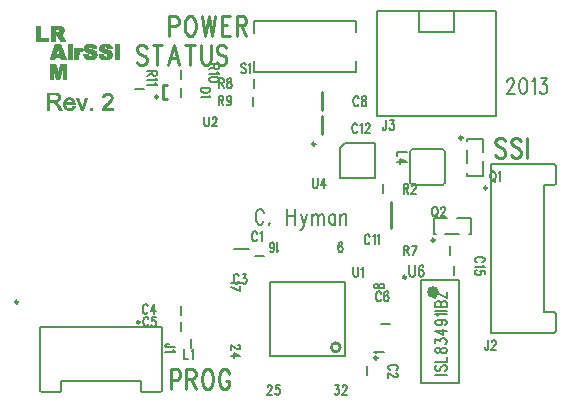
<source format=gto>
*
*
G04 PADS 9.3.1 Build Number: 456998 generated Gerber (RS-274-X) file*
G04 PC Version=2.1*
*
%IN "air_ssi_rev2_1.pcb"*%
*
%MOIN*%
*
%FSLAX35Y35*%
*
*
*
*
G04 PC Standard Apertures*
*
*
G04 Thermal Relief Aperture macro.*
%AMTER*
1,1,$1,0,0*
1,0,$1-$2,0,0*
21,0,$3,$4,0,0,45*
21,0,$3,$4,0,0,135*
%
*
*
G04 Annular Aperture macro.*
%AMANN*
1,1,$1,0,0*
1,0,$2,0,0*
%
*
*
G04 Odd Aperture macro.*
%AMODD*
1,1,$1,0,0*
1,0,$1-0.005,0,0*
%
*
*
G04 PC Custom Aperture Macros*
*
*
*
*
*
*
G04 PC Aperture Table*
*
%ADD010C,0.001*%
%ADD019C,0.01*%
%ADD020C,0.008*%
%ADD021C,0.00787*%
%ADD046C,0.005*%
%ADD047C,0.00787*%
%ADD048C,0.01969*%
%ADD049C,0.00984*%
%ADD050C,0.01024*%
%ADD051C,0.00591*%
*
*
*
*
G04 PC Circuitry*
G04 Layer Name air_ssi_rev2_1.pcb - circuitry*
%LPD*%
*
G54D10*
G01X152283Y218056D02*
X150823D01*
Y213050*
X152283*
Y218056*
X150191Y196773D02*
X147429D01*
X147390Y196854*
X147711Y197256*
X147720Y197265*
X148040Y197505*
X148521Y197906*
X149161Y198465*
X149559Y198944*
X149795Y199259*
X149952Y199651*
X150110Y200282*
X150033Y200901*
X149646Y201365*
X149098Y201678*
X148390Y201835*
X147685Y201757*
X147141Y201446*
X146752Y200900*
X146607Y200322*
X147228Y200253*
X147299Y200610*
X147308Y200630*
X147549Y200951*
X147559Y200961*
X147881Y201203*
X147881D02*
X147902Y201212D01*
X148385Y201292*
X148403*
X148804Y201212*
X148825Y201203*
X148825D02*
X149146Y200961D01*
X149151Y200957*
X149392Y200716*
X149406Y200690*
X149487Y200288*
Y200269*
X149406Y199867*
X149400Y199851*
X149159Y199449*
X149154Y199442*
X148672Y198880*
X148667Y198875*
X147943Y198232*
X147384Y197753*
X146749Y196958*
X146593Y196569*
X146523Y196150*
X150191*
Y196773*
X149871Y214701D02*
X149803Y215042D01*
X149664Y215389*
X149461Y215728*
X148770Y216073*
X148491Y216143*
X148488Y216144*
X148063Y216286*
X147569Y216427*
X147286Y216498*
X147276Y216501*
X147134Y216572*
X147109Y216601*
X147038Y216814*
X147040Y216852*
X147182Y217136*
X147208Y217160*
X147563Y217302*
X147597Y217303*
X148023Y217161*
X148052Y217136*
X148194Y216852*
X148197Y216842*
X148258Y216598*
X149714Y216664*
X149523Y217302*
X149110Y217782*
X148561Y218057*
X147653Y218127*
X146953Y218057*
X146465Y217918*
X146053Y217712*
X145781Y217372*
X145644Y217028*
X145576Y216689*
X145713Y216141*
X145985Y215734*
X146256Y215598*
X146260Y215596*
X146611Y215385*
X146956Y215247*
X147447Y215177*
X147459Y215174*
X147956Y214961*
X147959Y214960*
X148242Y214818*
X148255Y214808*
X148397Y214667*
X148412Y214631*
Y214418*
X148406Y214396*
X148337Y214257*
X148267Y214048*
X148248Y214022*
X148035Y213880*
X148007Y213872*
X147723*
X147714Y213873*
X147359Y213944*
X147339Y213953*
X147055Y214166*
X147044Y214178*
X146902Y214391*
X146894Y214409*
X146832Y214721*
X145373Y214655*
X145501Y214014*
X145915Y213461*
X146187Y213258*
X146603Y213119*
X147092Y212979*
X147650*
X148353Y213049*
X148909Y213188*
X149320Y213463*
X149596Y213807*
X149803Y214221*
X149871Y214701*
X143120Y196773D02*
X142496D01*
Y196150*
X143120*
Y196773*
X141573Y200229D02*
X140876D01*
X140083Y197692*
X140082Y197689*
X139923Y197291*
X139844Y196894*
X139748Y196886*
X139426Y197770*
Y197772*
X138633Y200229*
X137938*
X139428Y196150*
X140161*
X141573Y200229*
X144765Y214701D02*
X144697Y215042D01*
X144558Y215389*
X144355Y215728*
X143663Y216073*
X143385Y216143*
X143381Y216144*
X142957Y216286*
X142462Y216427*
X142179Y216498*
X142169Y216501*
X142027Y216572*
X142002Y216601*
X141931Y216814*
X141934Y216852*
X142076Y217136*
X142102Y217160*
X142457Y217302*
X142491Y217303*
X142917Y217161*
X142945Y217136*
X143087Y216852*
X143091Y216842*
X143152Y216598*
X144607Y216664*
X144416Y217302*
X144004Y217782*
X143454Y218057*
X142547Y218127*
X141846Y218057*
X141359Y217918*
X140947Y217712*
X140675Y217372*
X140537Y217028*
X140470Y216689*
X140607Y216141*
X140878Y215734*
X141150Y215598*
X141153Y215596*
X141505Y215385*
X141850Y215247*
X142340Y215177*
X142353Y215174*
X142849Y214961*
X142852Y214960*
X143136Y214818*
X143149Y214808*
X143291Y214667*
X143305Y214631*
Y214418*
X143300Y214396*
X143231Y214257*
X143161Y214048*
X143141Y214022*
X142928Y213880*
X142901Y213872*
X142617*
X142607Y213873*
X142253Y213944*
X142232Y213953*
X141949Y214166*
X141937Y214178*
X141795Y214391*
X141788Y214409*
X141725Y214721*
X140266Y214655*
X140394Y214014*
X140809Y213461*
X141080Y213258*
X141497Y213119*
X141986Y212979*
X142544*
X143247Y213049*
X143802Y213188*
X144214Y213463*
X144490Y213807*
X144696Y214221*
X144765Y214701*
X137414Y198185D02*
X137256Y199056D01*
X136864Y199762*
X136319Y200151*
X135536Y200308*
X134751Y200151*
X134127Y199761*
X133735Y199056*
X133578Y198189*
X133735Y197243*
X134126Y196618*
X134751Y196228*
X135538Y196070*
X136246Y196149*
X136793Y196383*
X137181Y196771*
X137392Y197263*
X136764Y197333*
X136540Y197034*
X136535Y197029*
X136294Y196788*
X136281Y196778*
X135960Y196618*
X135938Y196613*
X135938D02*
X135616D01*
X135616D02*
X135609D01*
X135047Y196693*
X135047D02*
X135028Y196700D01*
X134626Y196941*
X134607Y196962*
X134366Y197444*
X134363Y197452*
X134202Y198015*
X134250Y198079*
X137414*
Y198185*
X136741Y198621D02*
X134250D01*
X134201Y198681*
X134281Y199083*
X134295Y199109*
X134616Y199430*
X134626Y199438*
X135028Y199679*
X135045Y199685*
X135527Y199765*
X135544*
X136026Y199685*
X136044Y199679*
X136445Y199438*
X136460Y199425*
X136701Y199103*
X136710Y199083*
X136790Y198681*
X136741Y198621*
X140140Y216519D02*
X139837Y216640D01*
X139498Y216708*
X139227Y216640*
X139027Y216573*
X138830Y216376*
X138692Y216031*
X138595Y216050*
Y216638*
X137348*
Y213050*
X138666*
Y214206*
X138667Y214211*
X138737Y214920*
X138739Y214929*
X138881Y215425*
X138901Y215453*
X139114Y215595*
X139126Y215601*
X139339Y215672*
X139363Y215673*
X139750Y215609*
X140140Y216519*
X136397Y216638D02*
X135078D01*
Y213050*
X136397*
Y216638*
Y218056D02*
X135078D01*
Y217163*
X136397*
Y218056*
X134620Y211456D02*
X132653D01*
X131882Y208374*
X131785*
X131014Y211456*
X129046*
Y206450*
X130223*
Y210301*
X130322Y210313*
X131305Y206450*
X132362*
X133345Y210313*
X133444Y210301*
Y206450*
X134620*
Y211456*
X133037Y196150D02*
X132120Y197679D01*
X131802Y198076*
X131484Y198393*
X131085Y198713*
X131104Y198800*
X131736Y198958*
X132205Y199349*
X132515Y199737*
X132592Y200278*
X132514Y200747*
X132358Y201138*
X132127Y201446*
X131741Y201678*
X131349Y201756*
X130631Y201836*
X128193*
Y196150*
X128896*
Y198671*
X128946Y198721*
X130232*
X130255Y198716*
X130255D02*
X130576Y198555D01*
X130589Y198546*
X130750Y198385*
X130756Y198378*
X130916Y198138*
X131156Y197818*
X131156D02*
X131158Y197815D01*
X131479Y197333*
X131480Y197331*
X132189Y196150*
X133037*
X131887Y200263D02*
X131726Y199781D01*
X131714Y199761*
X131312Y199359*
X131289Y199346*
X130967Y199266*
X130955Y199264*
X128946*
X128896Y199314*
Y201243*
X128946Y201293*
X130714*
X130723Y201292*
X131205Y201212*
X131215Y201209*
X131617Y201048*
X131643Y201024*
X131804Y200703*
X131808Y200690*
X131888Y200288*
X131887Y200263*
X134461Y213050D02*
X132653Y218056D01*
X130809*
X129070Y213050*
X130595*
X130867Y213867*
X130915Y213901*
X132617*
X132664Y213867*
X132937Y213050*
X134461*
X132262Y214865D02*
X131199D01*
X131149Y214915*
X131151Y214930*
X131718Y216774*
X131814Y216772*
X132311Y214928*
X132262Y214865*
X134201Y219050D02*
X133460Y220465D01*
X133251Y220813*
X132977Y221087*
X132843Y221154*
X132838Y221157*
X132625Y221299*
X132640Y221389*
X132922Y221459*
X133125Y221527*
X133397Y221731*
X133601Y222003*
X133739Y222348*
X133807Y222689*
X133739Y223171*
X133603Y223511*
X133334Y223780*
X132994Y223916*
X132575Y223986*
X131941Y224056*
X129369*
Y219050*
X130829*
Y221128*
X130879Y221178*
X131021*
X131040Y221174*
X131394Y221032*
X131411Y221021*
X131553Y220879*
X131559Y220872*
X131701Y220659*
X131703Y220656*
X132611Y219050*
X134201*
X132348Y222830D02*
Y222617D01*
X132346Y222605*
X132275Y222321*
X132249Y222289*
X131966Y222147*
X131955Y222143*
X131672Y222072*
X131660Y222071*
X130879*
X130829Y222121*
Y223113*
X130879Y223163*
X131589*
X131598*
X131953Y223092*
X131959Y223090*
X132172Y223019*
X132191Y223007*
X132333Y222865*
X132348Y222830*
X128489Y220227D02*
X126057D01*
X126007Y220277*
Y224056*
X124546*
Y219050*
X128489*
Y220227*
X124600Y219050D02*
Y224056D01*
X124700Y219050D02*
Y224056D01*
X124800Y219050D02*
Y224056D01*
X124900Y219050D02*
Y224056D01*
X125000Y219050D02*
Y224056D01*
X125100Y219050D02*
Y224056D01*
X125200Y219050D02*
Y224056D01*
X125300Y219050D02*
Y224056D01*
X125400Y219050D02*
Y224056D01*
X125500Y219050D02*
Y224056D01*
X125600Y219050D02*
Y224056D01*
X125700Y219050D02*
Y224056D01*
X125800Y219050D02*
Y224056D01*
X125900Y219050D02*
Y224056D01*
X126000Y219050D02*
Y224056D01*
X126100Y219050D02*
Y220227D01*
X126200Y219050D02*
Y220227D01*
X126300Y219050D02*
Y220227D01*
X126400Y219050D02*
Y220227D01*
X126500Y219050D02*
Y220227D01*
X126600Y219050D02*
Y220227D01*
X126700Y219050D02*
Y220227D01*
X126800Y219050D02*
Y220227D01*
X126900Y219050D02*
Y220227D01*
X127000Y219050D02*
Y220227D01*
X127100Y219050D02*
Y220227D01*
X127200Y219050D02*
Y220227D01*
X127300Y219050D02*
Y220227D01*
X127400Y219050D02*
Y220227D01*
X127500Y219050D02*
Y220227D01*
X127600Y219050D02*
Y220227D01*
X127700Y219050D02*
Y220227D01*
X127800Y219050D02*
Y220227D01*
X127900Y219050D02*
Y220227D01*
X128000Y219050D02*
Y220227D01*
X128100Y219050D02*
Y220227D01*
X128200Y196150D02*
Y201836D01*
Y219050D02*
Y220227D01*
X128300Y196150D02*
Y201836D01*
Y219050D02*
Y220227D01*
X128400Y196150D02*
Y201836D01*
Y219050D02*
Y220227D01*
X128500Y196150D02*
Y201836D01*
X128600Y196150D02*
Y201836D01*
X128700Y196150D02*
Y201836D01*
X128800Y196150D02*
Y201836D01*
X128900Y198690D02*
Y199296D01*
Y201261D02*
Y201836D01*
X129000Y198721D02*
Y199264D01*
Y201293D02*
Y201836D01*
X129100Y198721D02*
Y199264D01*
Y201293D02*
Y201836D01*
Y206450D02*
Y211456D01*
Y213050D02*
Y213136D01*
X129200Y198721D02*
Y199264D01*
Y201293D02*
Y201836D01*
Y206450D02*
Y211456D01*
Y213050D02*
Y213424D01*
X129300Y198721D02*
Y199264D01*
Y201293D02*
Y201836D01*
Y206450D02*
Y211456D01*
Y213050D02*
Y213712D01*
X129400Y198721D02*
Y199264D01*
Y201293D02*
Y201836D01*
Y206450D02*
Y211456D01*
Y213050D02*
Y214000D01*
Y219050D02*
Y224056D01*
X129500Y198721D02*
Y199264D01*
Y201293D02*
Y201836D01*
Y206450D02*
Y211456D01*
Y213050D02*
Y214288D01*
Y219050D02*
Y224056D01*
X129600Y198721D02*
Y199264D01*
Y201293D02*
Y201836D01*
Y206450D02*
Y211456D01*
Y213050D02*
Y214576D01*
Y219050D02*
Y224056D01*
X129700Y198721D02*
Y199264D01*
Y201293D02*
Y201836D01*
Y206450D02*
Y211456D01*
Y213050D02*
Y214864D01*
Y219050D02*
Y224056D01*
X129800Y198721D02*
Y199264D01*
Y201293D02*
Y201836D01*
Y206450D02*
Y211456D01*
Y213050D02*
Y215152D01*
Y219050D02*
Y224056D01*
X129900Y198721D02*
Y199264D01*
Y201293D02*
Y201836D01*
Y206450D02*
Y211456D01*
Y213050D02*
Y215440D01*
Y219050D02*
Y224056D01*
X130000Y198721D02*
Y199264D01*
Y201293D02*
Y201836D01*
Y206450D02*
Y211456D01*
Y213050D02*
Y215728D01*
Y219050D02*
Y224056D01*
X130100Y198721D02*
Y199264D01*
Y201293D02*
Y201836D01*
Y206450D02*
Y211456D01*
Y213050D02*
Y216016D01*
Y219050D02*
Y224056D01*
X130200Y198721D02*
Y199264D01*
Y201293D02*
Y201836D01*
Y206450D02*
Y211456D01*
Y213050D02*
Y216304D01*
Y219050D02*
Y224056D01*
X130300Y198693D02*
Y199264D01*
Y201293D02*
Y201836D01*
Y210343D02*
Y211456D01*
Y213050D02*
Y216592D01*
Y219050D02*
Y224056D01*
X130400Y198643D02*
Y199264D01*
Y201293D02*
Y201836D01*
Y210005D02*
Y211456D01*
Y213050D02*
Y216880D01*
Y219050D02*
Y224056D01*
X130500Y198593D02*
Y199264D01*
Y201293D02*
Y201836D01*
Y209612D02*
Y211456D01*
Y213050D02*
Y217168D01*
Y219050D02*
Y224056D01*
X130600Y198535D02*
Y199264D01*
Y201293D02*
Y201836D01*
Y209219D02*
Y211456D01*
Y213064D02*
Y217456D01*
Y219050D02*
Y224056D01*
X130700Y198435D02*
Y199264D01*
Y201293D02*
Y201828D01*
Y208826D02*
Y211456D01*
Y213364D02*
Y217744D01*
Y219050D02*
Y224056D01*
X130800Y198312D02*
Y199264D01*
Y201279D02*
Y201817D01*
Y208433D02*
Y211456D01*
Y213664D02*
Y218032D01*
Y219050D02*
Y224056D01*
X130900Y198162D02*
Y199264D01*
Y201263D02*
Y201806D01*
Y208040D02*
Y211456D01*
Y213899D02*
Y218056D01*
Y221178D02*
Y222071D01*
Y223163D02*
Y224056D01*
X131000Y198026D02*
Y199274D01*
Y201246D02*
Y201795D01*
Y207648D02*
Y211456D01*
Y213901D02*
Y218056D01*
Y221178D02*
Y222071D01*
Y223163D02*
Y224056D01*
X131100Y197892D02*
Y198701D01*
Y198799D02*
Y199299D01*
Y201229D02*
Y201784D01*
Y207255D02*
Y211113D01*
Y213901D02*
Y218056D01*
Y221150D02*
Y222071D01*
Y223163D02*
Y224056D01*
X131200Y197752D02*
Y198621D01*
Y198824D02*
Y199324D01*
Y201213D02*
Y201773D01*
Y206862D02*
Y210713D01*
Y213901D02*
Y214865D01*
Y215090D02*
Y218056D01*
Y221110D02*
Y222071D01*
Y223163D02*
Y224056D01*
X131300Y197602D02*
Y198541D01*
Y198849D02*
Y199350D01*
Y201175D02*
Y201761D01*
Y206469D02*
Y210313D01*
Y213901D02*
Y214865D01*
Y215415D02*
Y218056D01*
Y221070D02*
Y222071D01*
Y223163D02*
Y224056D01*
X131400Y197452D02*
Y198461D01*
Y198874D02*
Y199447D01*
Y201135D02*
Y201746D01*
Y206450D02*
Y209913D01*
Y213901D02*
Y214865D01*
Y215740D02*
Y218056D01*
Y221030D02*
Y222071D01*
Y223163D02*
Y224056D01*
X131500Y197298D02*
Y198378D01*
Y198899D02*
Y199547D01*
Y201095D02*
Y201726D01*
Y206450D02*
Y209513D01*
Y213901D02*
Y214865D01*
Y216065D02*
Y218056D01*
Y220932D02*
Y222071D01*
Y223163D02*
Y224056D01*
X131600Y197132D02*
Y198278D01*
Y198924D02*
Y199647D01*
Y201055D02*
Y201706D01*
Y206450D02*
Y209113D01*
Y213901D02*
Y214865D01*
Y216390D02*
Y218056D01*
Y220811D02*
Y222071D01*
Y223162D02*
Y224056D01*
X131700Y196965D02*
Y198178D01*
Y198949D02*
Y199747D01*
Y200910D02*
Y201686D01*
Y206450D02*
Y208713D01*
Y213901D02*
Y214865D01*
Y216715D02*
Y218056D01*
Y220661D02*
Y222079D01*
Y223142D02*
Y224056D01*
X131800Y196798D02*
Y198078D01*
Y199012D02*
Y200003D01*
Y200710D02*
Y201642D01*
Y206450D02*
Y208349D01*
Y213901D02*
Y214865D01*
Y216795D02*
Y218056D01*
Y220484D02*
Y222104D01*
Y223122D02*
Y224056D01*
X131900Y196632D02*
Y197953D01*
Y199095D02*
Y201582D01*
Y206450D02*
Y208446D01*
Y213901D02*
Y214865D01*
Y216453D02*
Y218056D01*
Y220307D02*
Y222129D01*
Y223102D02*
Y224056D01*
X132000Y196465D02*
Y197828D01*
Y199178D02*
Y201522D01*
Y206450D02*
Y208846D01*
Y213901D02*
Y214865D01*
Y216082D02*
Y218056D01*
Y220131D02*
Y222164D01*
Y223076D02*
Y224050D01*
X132100Y196298D02*
Y197703D01*
Y199262D02*
Y201462D01*
Y206450D02*
Y209246D01*
Y213901D02*
Y214865D01*
Y215710D02*
Y218056D01*
Y219954D02*
Y222214D01*
Y223043D02*
Y224039D01*
X132200Y196150D02*
Y197544D01*
Y199345D02*
Y201348D01*
Y206450D02*
Y209646D01*
Y213901D02*
Y214865D01*
Y215339D02*
Y218056D01*
Y219777D02*
Y222264D01*
Y222998D02*
Y224028D01*
X132300Y196150D02*
Y197378D01*
Y199468D02*
Y201215D01*
Y206450D02*
Y210046D01*
Y213901D02*
Y214882D01*
Y214968D02*
Y218056D01*
Y219600D02*
Y222419D01*
Y222898D02*
Y224016D01*
X132400Y196150D02*
Y197211D01*
Y199593D02*
Y201032D01*
Y206600D02*
Y210446D01*
Y213901D02*
Y218056D01*
Y219423D02*
Y224005D01*
X132500Y196150D02*
Y197044D01*
Y199718D02*
Y200782D01*
Y206993D02*
Y210846D01*
Y213901D02*
Y218056D01*
Y219246D02*
Y223994D01*
X132600Y196150D02*
Y196878D01*
Y207386D02*
Y211246D01*
Y213901D02*
Y218056D01*
Y219069D02*
Y223982D01*
X132700Y196150D02*
Y196711D01*
Y207778D02*
Y211456D01*
Y213760D02*
Y217926D01*
Y219050D02*
Y221249D01*
Y221404D02*
Y223965D01*
X132800Y196150D02*
Y196544D01*
Y208171D02*
Y211456D01*
Y213460D02*
Y217649D01*
Y219050D02*
Y221182D01*
Y221429D02*
Y223948D01*
X132900Y196150D02*
Y196378D01*
Y208564D02*
Y211456D01*
Y213160D02*
Y217372D01*
Y219050D02*
Y221125D01*
Y221454D02*
Y223932D01*
X133000Y196150D02*
Y196211D01*
Y208957D02*
Y211456D01*
Y213050D02*
Y217095D01*
Y219050D02*
Y221064D01*
Y221485D02*
Y223914D01*
X133100Y209350D02*
Y211456D01*
Y213050D02*
Y216818D01*
Y219050D02*
Y220964D01*
Y221519D02*
Y223874D01*
X133200Y209743D02*
Y211456D01*
Y213050D02*
Y216541D01*
Y219050D02*
Y220864D01*
Y221583D02*
Y223834D01*
X133300Y210136D02*
Y211456D01*
Y213050D02*
Y216264D01*
Y219050D02*
Y220731D01*
Y221658D02*
Y223794D01*
X133400Y210350D02*
Y211456D01*
Y213050D02*
Y215987D01*
Y219050D02*
Y220565D01*
Y221735D02*
Y223714D01*
X133500Y206450D02*
Y211456D01*
Y213050D02*
Y215710D01*
Y219050D02*
Y220388D01*
Y221868D02*
Y223614D01*
X133600Y198054D02*
Y198312D01*
Y206450D02*
Y211456D01*
Y213050D02*
Y215433D01*
Y219050D02*
Y220197D01*
Y222002D02*
Y223514D01*
X133700Y197454D02*
Y198862D01*
Y206450D02*
Y211456D01*
Y213050D02*
Y215157D01*
Y219050D02*
Y220007D01*
Y222250D02*
Y223268D01*
X133800Y197139D02*
Y199173D01*
Y206450D02*
Y211456D01*
Y213050D02*
Y214880D01*
Y219050D02*
Y219816D01*
Y222652D02*
Y222741D01*
X133900Y196979D02*
Y199353D01*
Y206450D02*
Y211456D01*
Y213050D02*
Y214603D01*
Y219050D02*
Y219625D01*
X134000Y196819D02*
Y199533D01*
Y206450D02*
Y211456D01*
Y213050D02*
Y214326D01*
Y219050D02*
Y219434D01*
X134100Y196659D02*
Y199713D01*
Y206450D02*
Y211456D01*
Y213050D02*
Y214049D01*
Y219050D02*
Y219243D01*
X134200Y196572D02*
Y198029D01*
Y198671*
Y199807*
Y206450D02*
Y211456D01*
Y213050D02*
Y213772D01*
Y219050D02*
Y219052D01*
X134300Y196509D02*
Y197672D01*
Y198079D02*
Y198621D01*
Y199114D02*
Y199869D01*
Y206450D02*
Y211456D01*
Y213050D02*
Y213495D01*
X134400Y196447D02*
Y197376D01*
Y198079D02*
Y198621D01*
Y199214D02*
Y199932D01*
Y206450D02*
Y211456D01*
Y213050D02*
Y213218D01*
X134500Y196384D02*
Y197176D01*
Y198079D02*
Y198621D01*
Y199314D02*
Y199994D01*
Y206450D02*
Y211456D01*
X134600Y196322D02*
Y196976D01*
Y198079D02*
Y198621D01*
Y199414D02*
Y200057D01*
Y206450D02*
Y211456D01*
X134700Y196259D02*
Y196897D01*
Y198079D02*
Y198621D01*
Y199482D02*
Y200119D01*
X134800Y196218D02*
Y196837D01*
Y198079D02*
Y198621D01*
Y199542D02*
Y200161D01*
X134900Y196198D02*
Y196777D01*
Y198079D02*
Y198621D01*
Y199602D02*
Y200181D01*
X135000Y196178D02*
Y196717D01*
Y198079D02*
Y198621D01*
Y199662D02*
Y200201D01*
X135100Y196158D02*
Y196686D01*
Y198079D02*
Y198621D01*
Y199694D02*
Y200221D01*
Y213050D02*
Y216638D01*
Y217163D02*
Y218056D01*
X135200Y196138D02*
Y196671D01*
Y198079D02*
Y198621D01*
Y199711D02*
Y200241D01*
Y213050D02*
Y216638D01*
Y217163D02*
Y218056D01*
X135300Y196118D02*
Y196657D01*
Y198079D02*
Y198621D01*
Y199727D02*
Y200261D01*
Y213050D02*
Y216638D01*
Y217163D02*
Y218056D01*
X135400Y196098D02*
Y196643D01*
Y198079D02*
Y198621D01*
Y199744D02*
Y200281D01*
Y213050D02*
Y216638D01*
Y217163D02*
Y218056D01*
X135500Y196078D02*
Y196629D01*
Y198079D02*
Y198621D01*
Y199761D02*
Y200301D01*
Y213050D02*
Y216638D01*
Y217163D02*
Y218056D01*
X135600Y196077D02*
Y196614D01*
Y198079D02*
Y198621D01*
Y199756D02*
Y200295D01*
Y213050D02*
Y216638D01*
Y217163D02*
Y218056D01*
X135700Y196088D02*
Y196613D01*
Y198079D02*
Y198621D01*
Y199739D02*
Y200275D01*
Y213050D02*
Y216638D01*
Y217163D02*
Y218056D01*
X135800Y196099D02*
Y196613D01*
Y198079D02*
Y198621D01*
Y199723D02*
Y200255D01*
Y213050D02*
Y216638D01*
Y217163D02*
Y218056D01*
X135900Y196110D02*
Y196613D01*
Y198079D02*
Y198621D01*
Y199706D02*
Y200235D01*
Y213050D02*
Y216638D01*
Y217163D02*
Y218056D01*
X136000Y196122D02*
Y196638D01*
Y198079D02*
Y198621D01*
Y199689D02*
Y200215D01*
Y213050D02*
Y216638D01*
Y217163D02*
Y218056D01*
X136100Y196133D02*
Y196688D01*
Y198079D02*
Y198621D01*
Y199645D02*
Y200195D01*
Y213050D02*
Y216638D01*
Y217163D02*
Y218056D01*
X136200Y196144D02*
Y196738D01*
Y198079D02*
Y198621D01*
Y199585D02*
Y200175D01*
Y213050D02*
Y216638D01*
Y217163D02*
Y218056D01*
X136300Y196172D02*
Y196794D01*
Y198079D02*
Y198621D01*
Y199525D02*
Y200155D01*
Y213050D02*
Y216638D01*
Y217163D02*
Y218056D01*
X136400Y196215D02*
Y196894D01*
Y198079D02*
Y198621D01*
Y199465D02*
Y200093D01*
X136500Y196258D02*
Y196994D01*
Y198079D02*
Y198621D01*
Y199371D02*
Y200022D01*
X136600Y196301D02*
Y197114D01*
Y198079D02*
Y198621D01*
Y199238D02*
Y199951D01*
X136700Y196343D02*
Y197248D01*
Y198079D02*
Y198621D01*
Y199104D02*
Y199879D01*
X136800Y196390D02*
Y197329D01*
Y198079D02*
Y199808D01*
X136900Y196490D02*
Y197318D01*
Y198079D02*
Y199697D01*
X137000Y196590D02*
Y197307D01*
Y198079D02*
Y199517D01*
X137100Y196690D02*
Y197296D01*
Y198079D02*
Y199337D01*
X137200Y196816D02*
Y197284D01*
Y198079D02*
Y199157D01*
X137300Y197049D02*
Y197273D01*
Y198079D02*
Y198813D01*
X137400Y198079D02*
Y198263D01*
Y213050D02*
Y216638D01*
X137500Y213050D02*
Y216638D01*
X137600Y213050D02*
Y216638D01*
X137700Y213050D02*
Y216638D01*
X137800Y213050D02*
Y216638D01*
X137900Y213050D02*
Y216638D01*
X138000Y200058D02*
Y200229D01*
Y213050D02*
Y216638D01*
X138100Y199784D02*
Y200229D01*
Y213050D02*
Y216638D01*
X138200Y199510D02*
Y200229D01*
Y213050D02*
Y216638D01*
X138300Y199237D02*
Y200229D01*
Y213050D02*
Y216638D01*
X138400Y198963D02*
Y200229D01*
Y213050D02*
Y216638D01*
X138500Y198689D02*
Y200229D01*
Y213050D02*
Y216638D01*
X138600Y198416D02*
Y200229D01*
Y213050D02*
Y216029D01*
X138700Y198142D02*
Y200022D01*
Y214545D02*
Y216052D01*
X138800Y197868D02*
Y199712D01*
Y215142D02*
Y216302D01*
X138900Y197595D02*
Y199402D01*
Y215452D02*
Y216446D01*
X139000Y197321D02*
Y199092D01*
Y215519D02*
Y216546D01*
X139100Y197047D02*
Y198782D01*
Y215585D02*
Y216598D01*
X139200Y196774D02*
Y198472D01*
Y215625D02*
Y216631D01*
X139300Y196500D02*
Y198162D01*
Y215659D02*
Y216658D01*
X139400Y196226D02*
Y197852D01*
Y215667D02*
Y216683D01*
X139500Y196150D02*
Y197568D01*
Y215651D02*
Y216707D01*
X139600Y196150D02*
Y197293D01*
Y215634D02*
Y216687D01*
X139700Y196150D02*
Y197018D01*
Y215617D02*
Y216667D01*
X139800Y196150D02*
Y196854D01*
Y215726D02*
Y216647D01*
X139900Y196150D02*
Y197175D01*
Y215960D02*
Y216615D01*
X140000Y196150D02*
Y197483D01*
Y216193D02*
Y216575D01*
X140100Y196150D02*
Y197745D01*
Y216426D02*
Y216535D01*
X140200Y196263D02*
Y198065D01*
X140300Y196552D02*
Y198385D01*
Y214485D02*
Y214656D01*
X140400Y196841D02*
Y198705D01*
Y214006D02*
Y214661D01*
X140500Y197130D02*
Y199025D01*
Y213873D02*
Y214665D01*
Y216568D02*
Y216841D01*
X140600Y197419D02*
Y199345D01*
Y213740D02*
Y214670D01*
Y216168D02*
Y217185D01*
X140700Y197708D02*
Y199665D01*
Y213606D02*
Y214675D01*
Y216001D02*
Y217403D01*
X140800Y197997D02*
Y199985D01*
Y213473D02*
Y214679D01*
Y215851D02*
Y217528D01*
X140900Y198285D02*
Y200229D01*
Y213393D02*
Y214684D01*
Y215723D02*
Y217653D01*
X141000Y198574D02*
Y200229D01*
Y213318D02*
Y214688D01*
Y215673D02*
Y217738D01*
X141100Y198863D02*
Y200229D01*
Y213251D02*
Y214693D01*
Y215623D02*
Y217788D01*
X141200Y199152D02*
Y200229D01*
Y213218D02*
Y214697D01*
Y215568D02*
Y217838D01*
X141300Y199441D02*
Y200229D01*
Y213184D02*
Y214702D01*
Y215508D02*
Y217888D01*
X141400Y199730D02*
Y200229D01*
Y213151D02*
Y214706D01*
Y215448D02*
Y217930D01*
X141500Y200019D02*
Y200229D01*
Y213118D02*
Y214711D01*
Y215388D02*
Y217958D01*
X141600Y213089D02*
Y214715D01*
Y215347D02*
Y217987D01*
X141700Y213061D02*
Y214720D01*
Y215307D02*
Y218015D01*
X141800Y213032D02*
Y214384D01*
Y215267D02*
Y218044D01*
X141900Y213004D02*
Y214234D01*
Y215240D02*
Y218062D01*
X142000Y212979D02*
Y214127D01*
Y215226D02*
Y216608D01*
Y216984D02*
Y218072D01*
X142100Y212979D02*
Y214052D01*
Y215212D02*
Y216536D01*
Y217159D02*
Y218082D01*
X142200Y212979D02*
Y213977D01*
Y215197D02*
Y216492D01*
Y217199D02*
Y218092D01*
X142300Y212979D02*
Y213934D01*
Y215183D02*
Y216467D01*
Y217239D02*
Y218102D01*
X142400Y212979D02*
Y213914D01*
Y215153D02*
Y216442D01*
Y217279D02*
Y218112D01*
X142500Y196150D02*
Y196773D01*
Y212979D02*
Y213894D01*
Y215111D02*
Y216416D01*
Y217300D02*
Y218122D01*
X142600Y196150D02*
Y196773D01*
Y212985D02*
Y213874D01*
Y215068D02*
Y216388D01*
Y217266D02*
Y218123D01*
X142700Y196150D02*
Y196773D01*
Y212995D02*
Y213872D01*
Y215025D02*
Y216359D01*
Y217233D02*
Y218115D01*
X142800Y196150D02*
Y196773D01*
Y213005D02*
Y213872D01*
Y214982D02*
Y216330D01*
Y217200D02*
Y218108D01*
X142900Y196150D02*
Y196773D01*
Y213015D02*
Y213872D01*
Y214936D02*
Y216302D01*
Y217166D02*
Y218100D01*
X143000Y196150D02*
Y196773D01*
Y213025D02*
Y213928D01*
Y214886D02*
Y216271D01*
Y217027D02*
Y218092D01*
X143100Y196150D02*
Y196773D01*
Y213035D02*
Y213995D01*
Y214836D02*
Y216238D01*
Y216806D02*
Y218085D01*
X143200Y213045D02*
Y214165D01*
Y214757D02*
Y216205D01*
Y216600D02*
Y218077D01*
X143300Y213063D02*
Y214396D01*
Y214654D02*
Y216171D01*
Y216605D02*
Y218069D01*
X143400Y213088D02*
Y216139D01*
Y216609D02*
Y218061D01*
X143500Y213113D02*
Y216114D01*
Y216614D02*
Y218035D01*
X143600Y213138D02*
Y216089D01*
Y216618D02*
Y217985D01*
X143700Y213163D02*
Y216055D01*
Y216623D02*
Y217935D01*
X143800Y213188D02*
Y216005D01*
Y216627D02*
Y217885D01*
X143900Y213253D02*
Y215955D01*
Y216632D02*
Y217835D01*
X144000Y213320D02*
Y215905D01*
Y216636D02*
Y217785D01*
X144100Y213387D02*
Y215855D01*
Y216641D02*
Y217671D01*
X144200Y213453D02*
Y215805D01*
Y216646D02*
Y217554D01*
X144300Y213570D02*
Y215755D01*
Y216650D02*
Y217437D01*
X144400Y213695D02*
Y215652D01*
Y216655D02*
Y217321D01*
X144500Y213828D02*
Y215486D01*
Y216659D02*
Y217022D01*
X144600Y214028D02*
Y215284D01*
Y216664D02*
Y216689D01*
X144700Y214246D02*
Y215025D01*
X145400Y214517D02*
Y214656D01*
X145500Y214017D02*
Y214661D01*
X145600Y213881D02*
Y214665D01*
Y216593D02*
Y216809D01*
X145700Y213748D02*
Y214670D01*
Y216193D02*
Y217169D01*
X145800Y213615D02*
Y214674D01*
Y216011D02*
Y217395D01*
X145900Y213481D02*
Y214679D01*
Y215861D02*
Y217520D01*
X146000Y213398D02*
Y214683D01*
Y215726D02*
Y217645D01*
X146100Y213323D02*
Y214688D01*
Y215676D02*
Y217735D01*
X146200Y213253D02*
Y214692D01*
Y215626D02*
Y217785D01*
X146300Y213220D02*
Y214697D01*
Y215572D02*
Y217835D01*
X146400Y213187D02*
Y214702D01*
Y215512D02*
Y217885D01*
X146500Y213153D02*
Y214706D01*
Y215452D02*
Y217928D01*
X146600Y196150D02*
Y196586D01*
Y213120D02*
Y214711D01*
Y215392D02*
Y217956D01*
X146700Y196150D02*
Y196836D01*
Y200312D02*
Y200694D01*
Y213091D02*
Y214715D01*
Y215350D02*
Y217985D01*
X146800Y196150D02*
Y197022D01*
Y200301D02*
Y200968D01*
Y213063D02*
Y214720D01*
Y215310D02*
Y218013D01*
X146900Y196150D02*
Y197147D01*
Y200289D02*
Y201108D01*
Y213034D02*
Y214393D01*
Y215270D02*
Y218042D01*
X147000Y196150D02*
Y197272D01*
Y200278D02*
Y201248D01*
Y213005D02*
Y214243D01*
Y215241D02*
Y218062D01*
X147100Y196150D02*
Y197397D01*
Y200267D02*
Y201388D01*
Y212979D02*
Y214132D01*
Y215227D02*
Y216627D01*
Y216971D02*
Y218072D01*
X147200Y196150D02*
Y197522D01*
Y200256D02*
Y201479D01*
Y212979D02*
Y214057D01*
Y215212D02*
Y216539D01*
Y217156D02*
Y218082D01*
X147300Y196150D02*
Y197647D01*
Y200613D02*
Y201537D01*
Y212979D02*
Y213982D01*
Y215198D02*
Y216494D01*
Y217197D02*
Y218092D01*
X147400Y196150D02*
Y196782D01*
Y196868D02*
Y197766D01*
Y200752D02*
Y201594D01*
Y212979D02*
Y213936D01*
Y215184D02*
Y216469D01*
Y217237D02*
Y218102D01*
X147500Y196150D02*
Y196773D01*
Y196993D02*
Y197852D01*
Y200886D02*
Y201651D01*
Y212979D02*
Y213916D01*
Y215156D02*
Y216444D01*
Y217277D02*
Y218112D01*
X147600Y196150D02*
Y196773D01*
Y197118D02*
Y197937D01*
Y200992D02*
Y201708D01*
Y212979D02*
Y213896D01*
Y215113D02*
Y216418D01*
Y217302D02*
Y218122D01*
X147700Y196150D02*
Y196773D01*
Y197243D02*
Y198023D01*
Y201067D02*
Y201758D01*
Y212984D02*
Y213876D01*
Y215071D02*
Y216389D01*
Y217269D02*
Y218124D01*
X147800Y196150D02*
Y196773D01*
Y197325D02*
Y198109D01*
Y201142D02*
Y201770D01*
Y212994D02*
Y213872D01*
Y215028D02*
Y216361D01*
Y217235D02*
Y218116D01*
X147900Y196150D02*
Y196773D01*
Y197400D02*
Y198195D01*
Y201211D02*
Y201781D01*
Y213004D02*
Y213872D01*
Y214985D02*
Y216332D01*
Y217202D02*
Y218108D01*
X148000Y196150D02*
Y196773D01*
Y197475D02*
Y198282D01*
Y201228D02*
Y201792D01*
Y213014D02*
Y213872D01*
Y214939D02*
Y216304D01*
Y217169D02*
Y218100D01*
X148100Y196150D02*
Y196773D01*
Y197555D02*
Y198371D01*
Y201245D02*
Y201803D01*
Y213024D02*
Y213924D01*
Y214889D02*
Y216273D01*
Y217039D02*
Y218093D01*
X148200Y196150D02*
Y196773D01*
Y197638D02*
Y198460D01*
Y201261D02*
Y201814D01*
Y213034D02*
Y213990D01*
Y214839D02*
Y216240D01*
Y216832D02*
Y218085D01*
X148300Y196150D02*
Y196773D01*
Y197722D02*
Y198549D01*
Y201278D02*
Y201825D01*
Y213044D02*
Y214146D01*
Y214764D02*
Y216207D01*
Y216600D02*
Y218077D01*
X148400Y196150D02*
Y196773D01*
Y197805D02*
Y198638D01*
Y201292D02*
Y201833D01*
Y213061D02*
Y214383D01*
Y214663D02*
Y216173D01*
Y216604D02*
Y218070D01*
X148500Y196150D02*
Y196773D01*
Y197888D02*
Y198727D01*
Y201272D02*
Y201811D01*
Y213086D02*
Y216141D01*
Y216609D02*
Y218062D01*
X148600Y196150D02*
Y196773D01*
Y197975D02*
Y198815D01*
Y201252D02*
Y201788D01*
Y213111D02*
Y216116D01*
Y216613D02*
Y218038D01*
X148700Y196150D02*
Y196773D01*
Y198062D02*
Y198913D01*
Y201232D02*
Y201766D01*
Y213136D02*
Y216091D01*
Y216618D02*
Y217988D01*
X148800Y196150D02*
Y196773D01*
Y198150D02*
Y199029D01*
Y201212D02*
Y201744D01*
Y213161D02*
Y216058D01*
Y216623D02*
Y217938D01*
X148900Y196150D02*
Y196773D01*
Y198237D02*
Y199146D01*
Y201146D02*
Y201722D01*
Y213186D02*
Y216008D01*
Y216627D02*
Y217888D01*
X149000Y196150D02*
Y196773D01*
Y198325D02*
Y199263D01*
Y201071D02*
Y201700D01*
Y213249D02*
Y215958D01*
Y216632D02*
Y217838D01*
X149100Y196150D02*
Y196773D01*
Y198412D02*
Y199379D01*
Y200996D02*
Y201677D01*
Y213316D02*
Y215908D01*
Y216636D02*
Y217788D01*
X149200Y196150D02*
Y196773D01*
Y198513D02*
Y199518D01*
Y200908D02*
Y201619D01*
Y213383D02*
Y215858D01*
Y216641D02*
Y217678D01*
X149300Y196150D02*
Y196773D01*
Y198633D02*
Y199684D01*
Y200808D02*
Y201562D01*
Y213449D02*
Y215808D01*
Y216645D02*
Y217561D01*
X149400Y196150D02*
Y196773D01*
Y198753D02*
Y199851D01*
Y200706D02*
Y201505D01*
Y213562D02*
Y215758D01*
Y216650D02*
Y217445D01*
X149500Y196150D02*
Y196773D01*
Y198873D02*
Y201448D01*
Y213687D02*
Y215663D01*
Y216654D02*
Y217328D01*
X149600Y196150D02*
Y196773D01*
Y198998D02*
Y201391D01*
Y213815D02*
Y215496D01*
Y216659D02*
Y217043D01*
X149700Y196150D02*
Y196773D01*
Y199132D02*
Y201300D01*
Y214015D02*
Y215300D01*
Y216663D02*
Y216710D01*
X149800Y196150D02*
Y196773D01*
Y199270D02*
Y201180D01*
Y214215D02*
Y215050D01*
X149900Y196150D02*
Y196773D01*
Y199520D02*
Y201060D01*
X150000Y196150D02*
Y196773D01*
Y199842D02*
Y200940D01*
X150100Y196150D02*
Y196773D01*
Y200242D02*
Y200361D01*
X150900Y213050D02*
Y218056D01*
X151000Y213050D02*
Y218056D01*
X151100Y213050D02*
Y218056D01*
X151200Y213050D02*
Y218056D01*
X151300Y213050D02*
Y218056D01*
X151400Y213050D02*
Y218056D01*
X151500Y213050D02*
Y218056D01*
X151600Y213050D02*
Y218056D01*
X151700Y213050D02*
Y218056D01*
X151800Y213050D02*
Y218056D01*
X151900Y213050D02*
Y218056D01*
X152000Y213050D02*
Y218056D01*
X152100Y213050D02*
Y218056D01*
X152200Y213050D02*
Y218056D01*
*
G04 PC Custom Flashes*
G04 Layer Name air_ssi_rev2_1.pcb - flashes*
%LPD*%
*
*
G04 PC Circuitry*
G04 Layer Name air_ssi_rev2_1.pcb - circuitry*
%LPD*%
*
G54D10*
G54D19*
X225949Y116951D02*
G75*
G03X225949I-1500J0D01*
G01X238335Y113408D02*
G03X238335I-500J0D01*
G01X159124Y125339D02*
G03X159124I-447J0D01*
G01X266713Y186799D02*
G03X266713I-500J0D01*
G01X243000Y165331D02*
Y156669D01*
X217633Y184699D02*
G03X217633I-500J0D01*
G01X220000Y188000D02*
Y194000D01*
X274808Y170050D02*
G03X274808I-447J0D01*
G01X257401Y152713D02*
G03X257401I-500J0D01*
G01X165232Y200425D02*
G03X165232I-500J0D01*
G01X220000Y196000D02*
Y202000D01*
X118563Y132063D02*
G03X118563I-500J0D01*
G01X161382Y216725D02*
X160927Y217350D01*
X160245Y217663*
X160245D02*
X159336D01*
X159336D02*
X158655Y217350D01*
X158200Y216725*
Y216100*
X158427Y215475*
X158655Y215163*
X158655D02*
X159109Y214850D01*
X160473Y214225*
X160927Y213913*
X160927D02*
X161155Y213600D01*
X161382Y212975*
Y212038*
X161382D02*
X160927Y211413D01*
X160927D02*
X160245Y211100D01*
X159336*
X158655Y211413*
X158655D02*
X158200Y212038D01*
X165018Y217663D02*
Y211100D01*
X163427Y217663D02*
X166609D01*
X170473D02*
X168655Y211100D01*
X170473Y217663D02*
X172291Y211100D01*
X169336Y213288D02*
X171609D01*
X175927Y217663D02*
Y211100D01*
X174336Y217663D02*
X177518D01*
X179564D02*
Y212975D01*
X179791Y212038*
X179791D02*
X180245Y211413D01*
X180245D02*
X180927Y211100D01*
X181382*
X182064Y211413*
X182064D02*
X182518Y212038D01*
X182518D02*
X182745Y212975D01*
Y217663*
X187973Y216725D02*
X187518Y217350D01*
X186836Y217663*
X186836D02*
X185927D01*
X185927D02*
X185245Y217350D01*
X184791Y216725*
Y216100*
X185018Y215475*
X185245Y215163*
X185245D02*
X185700Y214850D01*
X187064Y214225*
X187518Y213913*
X187518D02*
X187745Y213600D01*
X187973Y212975*
Y212038*
X187973D02*
X187518Y211413D01*
X187518D02*
X186836Y211100D01*
X185927*
X185245Y211413*
X185245D02*
X184791Y212038D01*
X169400Y109663D02*
Y103100D01*
Y109663D02*
X171445D01*
X171445D02*
X172127Y109350D01*
X172355Y109038*
X172355D02*
X172582Y108413D01*
X172582D02*
Y107475D01*
X172355Y106850*
X172127Y106538*
X172127D02*
X171445Y106225D01*
X169400*
X174627Y109663D02*
Y103100D01*
Y109663D02*
X176673D01*
X176673D02*
X177355Y109350D01*
X177582Y109038*
X177582D02*
X177809Y108413D01*
X177809D02*
Y107788D01*
X177809D02*
X177582Y107163D01*
X177582D02*
X177355Y106850D01*
X176673Y106538*
X176673D02*
X174627D01*
X176218D02*
X177809Y103100D01*
X181218Y109663D02*
X180764Y109350D01*
X180309Y108725*
X180082Y108100*
X179855Y107163*
X179855D02*
Y105600D01*
X180082Y104663*
X180082D02*
X180309Y104038D01*
X180309D02*
X180764Y103413D01*
X180764D02*
X181218Y103100D01*
X182127*
X182582Y103413*
X182582D02*
X183036Y104038D01*
X183036D02*
X183264Y104663D01*
X183264D02*
X183491Y105600D01*
Y107163*
X183491D02*
X183264Y108100D01*
X183036Y108725*
X182582Y109350*
X182127Y109663*
X182127D02*
X181218D01*
X188945Y108100D02*
X188718Y108725D01*
X188264Y109350*
X187809Y109663*
X187809D02*
X186900D01*
X186900D02*
X186445Y109350D01*
X185991Y108725*
X185764Y108100*
X185536Y107163*
X185536D02*
Y105600D01*
X185764Y104663*
X185764D02*
X185991Y104038D01*
X185991D02*
X186445Y103413D01*
X186445D02*
X186900Y103100D01*
X187809*
X188264Y103413*
X188264D02*
X188718Y104038D01*
X188718D02*
X188945Y104663D01*
X188945D02*
Y105600D01*
X187809D02*
X188945D01*
X280882Y185825D02*
X280427Y186450D01*
X279745Y186763*
X279745D02*
X278836D01*
X278836D02*
X278155Y186450D01*
X277700Y185825*
Y185200*
X277927Y184575*
X278155Y184263*
X278155D02*
X278609Y183950D01*
X279973Y183325*
X280427Y183013*
X280427D02*
X280655Y182700D01*
X280882Y182075*
Y181138*
X280882D02*
X280427Y180513D01*
X280427D02*
X279745Y180200D01*
X278836*
X278155Y180513*
X278155D02*
X277700Y181138D01*
X286109Y185825D02*
X285655Y186450D01*
X284973Y186763*
X284973D02*
X284064D01*
X284064D02*
X283382Y186450D01*
X282927Y185825*
Y185200*
X283155Y184575*
X283382Y184263*
X283382D02*
X283836Y183950D01*
X285200Y183325*
X285655Y183013*
X285655D02*
X285882Y182700D01*
X286109Y182075*
Y181138*
X286109D02*
X285655Y180513D01*
X285655D02*
X284973Y180200D01*
X284064*
X283382Y180513*
X283382D02*
X282927Y181138D01*
X288155Y186763D02*
Y180200D01*
X168900Y227363D02*
Y220800D01*
Y227363D02*
X170945D01*
X170945D02*
X171627Y227050D01*
X171855Y226738*
X171855D02*
X172082Y226113D01*
X172082D02*
Y225175D01*
X171855Y224550*
X171627Y224238*
X171627D02*
X170945Y223925D01*
X168900*
X175491Y227363D02*
X175036Y227050D01*
X174582Y226425*
X174355Y225800*
X174127Y224863*
X174127D02*
Y223300D01*
X174355Y222363*
X174355D02*
X174582Y221738D01*
X174582D02*
X175036Y221113D01*
X175036D02*
X175491Y220800D01*
X176400*
X176855Y221113*
X176855D02*
X177309Y221738D01*
X177309D02*
X177536Y222363D01*
X177536D02*
X177764Y223300D01*
Y224863*
X177764D02*
X177536Y225800D01*
X177309Y226425*
X176855Y227050*
X176400Y227363*
X176400D02*
X175491D01*
X179809D02*
X180945Y220800D01*
X182082Y227363D02*
X180945Y220800D01*
X182082Y227363D02*
X183218Y220800D01*
X184355Y227363D02*
X183218Y220800D01*
X186400Y227363D02*
Y220800D01*
Y227363D02*
X189355D01*
X186400Y224238D02*
X188218D01*
X186400Y220800D02*
X189355D01*
X191400Y227363D02*
Y220800D01*
Y227363D02*
X193445D01*
X193445D02*
X194127Y227050D01*
X194355Y226738*
X194355D02*
X194582Y226113D01*
X194582D02*
Y225488D01*
X194582D02*
X194355Y224863D01*
X194355D02*
X194127Y224550D01*
X193445Y224238*
X193445D02*
X191400D01*
X192991D02*
X194582Y220800D01*
G54D20*
X200527Y161900D02*
X200345Y162400D01*
X199982Y162900*
X199618Y163150*
X198891*
X198527Y162900*
X198164Y162400*
X197982Y161900*
X197800Y161150*
Y159900*
X197982Y159150*
X198164Y158650*
X198527Y158150*
X198891Y157900*
X199618*
X199982Y158150*
X200345Y158650*
X200527Y159150*
X202345Y158400D02*
X202164Y158150D01*
X202345Y157900*
X202527Y158150*
X202345Y158400*
X208345Y163150D02*
Y157900D01*
X210891Y163150D02*
Y157900D01*
X208345Y160650D02*
X210891D01*
X212709Y161400D02*
X213800Y157900D01*
X214891Y161400D02*
X213800Y157900D01*
X213436Y156900*
X213073Y156400*
X212709Y156150*
X212527*
X216527Y161400D02*
Y157900D01*
Y160400D02*
X217073Y161150D01*
X217436Y161400*
X217982*
X218345Y161150*
X218527Y160400*
Y157900*
Y160400D02*
X219073Y161150D01*
X219436Y161400*
X219982*
X220345Y161150*
X220527Y160400*
Y157900*
X224345Y161400D02*
Y157900D01*
Y160650D02*
X223982Y161150D01*
X223618Y161400*
X223073*
X222709Y161150*
X222345Y160650*
X222164Y159900*
Y159400*
X222345Y158650*
X222709Y158150*
X223073Y157900*
X223618*
X223982Y158150*
X224345Y158650*
X225982Y161400D02*
Y157900D01*
Y160400D02*
X226527Y161150D01*
X226891Y161400*
X227436*
X227800Y161150*
X227982Y160400*
Y157900*
X281682Y205400D02*
Y205650D01*
X281864Y206150*
X282045Y206400*
X282409Y206650*
X283136*
X283500Y206400*
X283682Y206150*
X283864Y205650*
Y205150*
X283682Y204650*
X283318Y203900*
X281500Y201400*
X284045*
X286773Y206650D02*
X286227Y206400D01*
X285864Y205650*
X285682Y204400*
Y203650*
X285864Y202400*
X286227Y201650*
X286773Y201400*
X287136*
X287682Y201650*
X288045Y202400*
X288227Y203650*
Y204400*
X288045Y205650*
X287682Y206400*
X287136Y206650*
X286773*
X289864Y205650D02*
X290227Y205900D01*
X290773Y206650*
Y201400*
X292773Y206650D02*
X294773D01*
X293682Y204650*
X294227*
X294591Y204400*
X294773Y204150*
X294955Y203400*
Y202900*
X294773Y202150*
X294409Y201650*
X293864Y201400*
X293318*
X292773Y201650*
X292591Y201900*
X292409Y202400*
G54D21*
X227402Y138802D02*
X202598D01*
Y113998*
X227402*
Y138802*
X200500Y147261D02*
X197500D01*
X234839Y110600D02*
Y107600D01*
X195500Y149600D02*
X190500D01*
X172761Y127700D02*
Y130700D01*
X172861Y122300D02*
Y125300D01*
X239400Y124839D02*
X242400D01*
X268181Y178256D02*
Y182862D01*
X273693Y182075D02*
Y186406D01*
X268181*
Y185736*
X273693Y178925D02*
Y174201D01*
X268181*
Y174949*
X260906Y182118D02*
G03X260118Y182906I-788J0D01*
G01X260906Y182118D02*
Y171882D01*
X260118Y171094D02*
G03X260906Y171882I0J788D01*
G01X260118Y171094D02*
X249882D01*
X249094Y171882D02*
G03X249882Y171094I788J-0D01*
G01X249094Y171882D02*
Y182118D01*
X249882Y182906D02*
G03X249094Y182118I-0J-788D01*
G01X249882Y182906D02*
X260118D01*
X197039Y206500D02*
Y203500D01*
X240139Y171500D02*
Y168500D01*
X225794Y183518D02*
X227369Y185093D01*
X237606*
Y173282*
X225794*
Y183518*
X227369Y185093*
X237606*
Y173282*
X225794*
Y183518*
X252901Y105074D02*
X265499D01*
Y139326*
X252901*
Y105074*
X263961Y141200D02*
Y144200D01*
X196961Y197500D02*
Y200500D01*
X265444Y154681D02*
X260838D01*
X261625Y160193D02*
X257294D01*
Y154681*
X257964*
X264775Y160193D02*
X269499D01*
Y154681*
X268751*
X262561Y147700D02*
Y150700D01*
X172961Y200500D02*
Y203500D01*
Y206500D02*
Y209500D01*
X176039Y119900D02*
Y116900D01*
X160600Y203161D02*
X157600D01*
G54D46*
X237934Y114983D02*
X237778Y115210D01*
X237309Y115551*
X240591*
X237309Y137204D02*
X237466Y136863D01*
X237778Y136750*
X238091*
X238403Y136863*
X238559Y137091*
X238716Y137545*
X238872Y137886*
X239184Y138113*
X239497Y138227*
X239966*
X240278Y138113*
X240434Y138000*
X240591Y137659*
Y137204*
X240434Y136863*
X240278Y136750*
X239966Y136636*
X239497*
X239184Y136750*
X238872Y136977*
X238716Y137318*
X238559Y137773*
X238403Y138000*
X238091Y138113*
X237778*
X237466Y138000*
X237309Y137659*
Y137204*
X225334Y149803D02*
X225447Y150272D01*
X225675Y150584*
X226016Y150741*
X226129*
X226470Y150584*
X226697Y150272*
X226811Y149803*
Y149647*
X226697Y149178*
X226470Y148866*
X226129Y148709*
X226016*
X225675Y148866*
X225447Y149178*
X225334Y149803*
Y150584*
X225447Y151366*
X225675Y151834*
X226016Y151991*
X226243*
X226584Y151834*
X226697Y151522*
X205551Y149334D02*
X205324Y149178D01*
X204983Y148709*
Y151991*
X202597Y149178D02*
X202710Y148866D01*
X203051Y148709*
X203278*
X203619Y148866*
X203847Y149334*
X203960Y150116*
Y150897*
X203847Y151522*
X203619Y151834*
X203278Y151991*
X203165*
X202824Y151834*
X202597Y151522*
X202483Y151053*
Y150897*
X202597Y150428*
X202824Y150116*
X203165Y149959*
X203278*
X203619Y150116*
X203847Y150428*
X203960Y150897*
X192066Y138998D02*
X192222Y138771D01*
X192691Y138430*
X189409*
X192691Y135817D02*
X189409Y136953D01*
X192691Y137408D02*
Y135817D01*
X191909Y117625D02*
X192066D01*
X192378Y117511*
X192534Y117398*
X192691Y117170*
Y116716*
X192534Y116489*
X192378Y116375*
X192066Y116261*
X191753*
X191441Y116375*
X190972Y116602*
X189409Y117739*
Y116148*
X192691Y113989D02*
X190503Y115125D01*
Y113420*
X192691Y113989D02*
X189409D01*
X201728Y103703D02*
Y103859D01*
X201841Y104172*
X201955Y104328*
X202182Y104484*
X202637*
X202864Y104328*
X202978Y104172*
X203091Y103859*
Y103547*
X202978Y103234*
X202751Y102766*
X201614Y101203*
X203205*
X205705Y104484D02*
X204569D01*
X204455Y103078*
X204569Y103234*
X204910Y103391*
X205251*
X205591Y103234*
X205819Y102922*
X205932Y102453*
X205819Y102141*
X205705Y101672*
X205478Y101359*
X205137Y101203*
X204796*
X204455Y101359*
X204341Y101516*
X204228Y101828*
X224282Y104484D02*
X225532D01*
X224851Y103234*
X225191*
X225419Y103078*
X225532Y102922*
X225646Y102453*
Y102141*
X225532Y101672*
X225305Y101359*
X224964Y101203*
X224623*
X224282Y101359*
X224169Y101516*
X224055Y101828*
X226782Y103703D02*
Y103859D01*
X226896Y104172*
X227010Y104328*
X227237Y104484*
X227691*
X227919Y104328*
X228032Y104172*
X228146Y103859*
Y103547*
X228032Y103234*
X227805Y102766*
X226669Y101203*
X228260*
X230294Y143699D02*
Y141356D01*
X230407Y140887*
X230635Y140574*
X230976Y140418*
X231203*
X231544Y140574*
X231771Y140887*
X231885Y141356*
Y143699*
X232907Y143074D02*
X233135Y143231D01*
X233476Y143699*
Y140418*
X198248Y154825D02*
X198135Y155138D01*
X198135D02*
X197907Y155450D01*
X197680Y155606*
X197226*
X196998Y155450*
X196771Y155138*
X196771D02*
X196657Y154825D01*
X196544Y154356*
Y153575*
X196657Y153106*
X196771Y152794*
X196998Y152481*
X197226Y152325*
X197680*
X197907Y152481*
X198135Y152794*
X198248Y153106*
X199271Y154981D02*
X199498Y155138D01*
X199498D02*
X199839Y155606D01*
Y152325*
X244406Y109455D02*
X244719Y109568D01*
X245031Y109795*
X245187Y110023*
X245187D02*
Y110477D01*
X245187D02*
X245031Y110705D01*
X244719Y110932*
X244406Y111045*
X243937Y111159*
X243937D02*
X243156D01*
X242687Y111045*
X242687D02*
X242375Y110932D01*
X242062Y110705*
X242062D02*
X241906Y110477D01*
Y110023*
X242062Y109795*
X242062D02*
X242375Y109568D01*
X242687Y109455*
X244406Y108318D02*
X244562D01*
X244562D02*
X244875Y108205D01*
X245031Y108091*
X245187Y107864*
X245187D02*
Y107409D01*
X245187D02*
X245031Y107182D01*
X244875Y107068*
X244562Y106955*
X244562D02*
X244250D01*
X243937Y107068*
X243937D02*
X243469Y107295D01*
X241906Y108432*
Y106841*
X192118Y140694D02*
X192005Y141006D01*
X191777Y141319*
X191550Y141475*
X191095*
X190868Y141319*
X190641Y141006*
X190527Y140694*
X190414Y140225*
Y139444*
X190527Y138975*
X190641Y138663*
X190641D02*
X190868Y138350D01*
X191095Y138194*
X191550*
X191777Y138350*
X192005Y138663*
X192005D02*
X192118Y138975D01*
X193368Y141475D02*
X194618D01*
X193936Y140225*
X194277*
X194505Y140069*
X194618Y139913*
X194618D02*
X194732Y139444D01*
Y139131*
X194618Y138663*
X194618D02*
X194391Y138350D01*
X194050Y138194*
X193709*
X193368Y138350*
X193255Y138506*
X193141Y138819*
X161761Y130594D02*
X161648Y130906D01*
X161420Y131219*
X161193Y131375*
X160739*
X160511Y131219*
X160284Y130906*
X160170Y130594*
X160057Y130125*
Y129344*
X160170Y128875*
X160284Y128563*
X160284D02*
X160511Y128250D01*
X160739Y128094*
X161193*
X161420Y128250*
X161648Y128563*
X161648D02*
X161761Y128875D01*
X163920Y131375D02*
X162784Y129188D01*
X162784D02*
X164489D01*
X163920Y131375D02*
Y128094D01*
X161961Y126294D02*
X161848Y126606D01*
X161620Y126919*
X161393Y127075*
X160939*
X160711Y126919*
X160484Y126606*
X160370Y126294*
X160257Y125825*
Y125044*
X160370Y124575*
X160484Y124263*
X160484D02*
X160711Y123950D01*
X160939Y123794*
X161393*
X161620Y123950*
X161848Y124263*
X161848D02*
X161961Y124575D01*
X164461Y127075D02*
X163325D01*
X163211Y125669*
X163325Y125825*
X163666Y125981*
X164007*
X164348Y125825*
X164575Y125513*
X164575D02*
X164689Y125044D01*
X164575Y124731*
X164461Y124263*
X164461D02*
X164234Y123950D01*
X163893Y123794*
X163552*
X163211Y123950*
X163098Y124106*
X162984Y124419*
X239552Y134830D02*
X239438Y135142D01*
X239211Y135455*
X238984Y135611*
X238529*
X238302Y135455*
X238074Y135142*
X237961Y134830*
X237847Y134361*
Y133580*
X237961Y133111*
X238074Y132798*
X238302Y132486*
X238529Y132330*
X238984*
X239211Y132486*
X239438Y132798*
X239552Y133111*
X241938Y135142D02*
X241824Y135455D01*
X241484Y135611*
X241256*
X240915Y135455*
X240688Y134986*
X240574Y134205*
Y133423*
X240688Y132798*
X240915Y132486*
X241256Y132330*
X241370*
X241711Y132486*
X241938Y132798*
X242052Y133267*
Y133423*
X241938Y133892*
X241711Y134205*
X241370Y134361*
X241256*
X240915Y134205*
X240688Y133892*
X240574Y133423*
X194409Y211219D02*
X194182Y211531D01*
X193841Y211687*
X193841D02*
X193386D01*
X193386D02*
X193045Y211531D01*
X192818Y211219*
Y210906*
X192932Y210594*
X193045Y210437*
X193045D02*
X193273Y210281D01*
X193955Y209969*
X194182Y209812*
X194182D02*
X194295Y209656D01*
X194409Y209344*
Y208875*
X194182Y208562*
X194182D02*
X193841Y208406D01*
X193386*
X193045Y208562*
X193045D02*
X192818Y208875D01*
X195432Y211062D02*
X195659Y211219D01*
X196000Y211687*
X196000D02*
Y208406D01*
X241239Y192687D02*
Y190187D01*
X241239D02*
X241125Y189719D01*
X241011Y189562*
X241011D02*
X240784Y189406D01*
X240557*
X240330Y189562*
X240330D02*
X240216Y189719D01*
X240102Y190187*
X240102D02*
Y190500D01*
X242489Y192687D02*
X243739D01*
X243739D02*
X243057Y191437D01*
X243057D02*
X243398D01*
X243398D02*
X243625Y191281D01*
X243739Y191125*
X243852Y190656*
Y190344*
X243739Y189875*
X243511Y189562*
X243511D02*
X243170Y189406D01*
X242830*
X242489Y189562*
X242489D02*
X242375Y189719D01*
X242261Y190031*
X170927Y116966D02*
X168427D01*
X167958Y117080*
X167802Y117193*
X167646Y117421*
Y117648*
X167802Y117875*
X167958Y117989*
X168427Y118102*
X168739*
X170302Y115943D02*
X170458Y115716D01*
X170927Y115375*
X167646*
X276614Y175688D02*
X276386Y175531D01*
X276159Y175219*
X276045Y174906*
X275932Y174438*
X275932D02*
Y173656D01*
X276045Y173188*
X276045D02*
X276159Y172875D01*
X276386Y172563*
X276386D02*
X276614Y172406D01*
X277068*
X277295Y172563*
X277295D02*
X277523Y172875D01*
X277636Y173188*
X277636D02*
X277750Y173656D01*
Y174438*
X277750D02*
X277636Y174906D01*
X277523Y175219*
X277295Y175531*
X277068Y175688*
X277068D02*
X276614D01*
X276955Y173031D02*
X277636Y172094D01*
X278773Y175063D02*
X279000Y175219D01*
X279341Y175688*
X279341D02*
Y172406D01*
X235811Y153830D02*
X235697Y154142D01*
X235470Y154455*
X235243Y154611*
X234788*
X234561Y154455*
X234334Y154142*
X234220Y153830*
X234106Y153361*
Y152580*
X234220Y152111*
X234334Y151798*
X234561Y151486*
X234788Y151330*
X235243*
X235470Y151486*
X235697Y151798*
X235811Y152111*
X236834Y153986D02*
X237061Y154142D01*
X237402Y154611*
Y151330*
X238424Y153986D02*
X238652Y154142D01*
X238993Y154611*
Y151330*
X248045Y182118D02*
X244764D01*
Y180754*
X248045Y178595D02*
X245858Y179732D01*
Y178027*
X248045Y178595D02*
X244764D01*
X185570Y206675D02*
Y203394D01*
Y206675D02*
X186593D01*
X186934Y206519*
X187048Y206363*
X187048D02*
X187161Y206050D01*
Y205738*
X187161D02*
X187048Y205425D01*
X186934Y205269*
X186593Y205113*
X186593D02*
X185570D01*
X186366D02*
X187161Y203394D01*
X188752Y206675D02*
X188411Y206519D01*
X188298Y206206*
Y205894*
X188411Y205581*
X188639Y205425*
X189093Y205269*
X189434Y205113*
X189434D02*
X189661Y204800D01*
X189775Y204488*
X189775D02*
Y204019D01*
X189661Y203706*
X189548Y203550*
X189207Y203394*
X188752*
X188411Y203550*
X188298Y203706*
X188184Y204019*
Y204488*
X188184D02*
X188298Y204800D01*
X188525Y205113*
X188525D02*
X188866Y205269D01*
X189320Y205425*
X189548Y205581*
X189661Y205894*
Y206206*
X189548Y206519*
X189207Y206675*
X188752*
X247070Y171475D02*
Y168194D01*
Y171475D02*
X248093D01*
X248434Y171319*
X248548Y171163*
X248548D02*
X248661Y170850D01*
Y170538*
X248661D02*
X248548Y170225D01*
X248434Y170069*
X248093Y169913*
X248093D02*
X247070D01*
X247866D02*
X248661Y168194D01*
X249798Y170694D02*
Y170850D01*
X249911Y171163*
X249911D02*
X250025Y171319D01*
X250252Y171475*
X250707*
X250934Y171319*
X251048Y171163*
X251048D02*
X251161Y170850D01*
Y170538*
X251161D02*
X251048Y170225D01*
X250820Y169756*
X249684Y168194*
X251275*
X216813Y173262D02*
Y170919D01*
X216926Y170450*
X217154Y170137*
X217495Y169981*
X217722*
X218063Y170137*
X218290Y170450*
X218404Y170919*
Y173262*
X220563D02*
X219426Y171075D01*
X221131*
X220563Y173262D02*
Y169981D01*
X231659Y190906D02*
X231545Y191219D01*
X231318Y191531*
X231091Y191688*
X231091D02*
X230636D01*
X230636D02*
X230409Y191531D01*
X230182Y191219*
X230068Y190906*
X229955Y190438*
X229955D02*
Y189656D01*
X230068Y189188*
X230068D02*
X230182Y188875D01*
X230409Y188563*
X230409D02*
X230636Y188406D01*
X231091*
X231318Y188563*
X231318D02*
X231545Y188875D01*
X231659Y189188*
X232682Y191063D02*
X232909Y191219D01*
X233250Y191688*
X233250D02*
Y188406D01*
X234386Y190906D02*
Y191063D01*
X234386D02*
X234500Y191375D01*
X234614Y191531*
X234841Y191688*
X234841D02*
X235295D01*
X235295D02*
X235523Y191531D01*
X235636Y191375*
X235750Y191063*
X235750D02*
Y190750D01*
X235636Y190438*
X235636D02*
X235409Y189969D01*
X234273Y188406*
X235864*
X275334Y119375D02*
Y116875D01*
X275220Y116406*
X275107Y116250*
X274880Y116094*
X274652*
X274425Y116250*
X274311Y116406*
X274198Y116875*
Y117188*
X276470Y118594D02*
Y118750D01*
X276584Y119063*
X276584D02*
X276698Y119219D01*
X276925Y119375*
X277380*
X277607Y119219*
X277720Y119063*
X277720D02*
X277834Y118750D01*
Y118438*
X277834D02*
X277720Y118125D01*
X277493Y117656*
X276357Y116094*
X277948*
X273261Y145379D02*
X273574Y145493D01*
X273886Y145720*
X274043Y145947*
Y146402*
X273886Y146629*
X273574Y146856*
X273261Y146970*
X272793Y147084*
X272011*
X271543Y146970*
X271230Y146856*
X270918Y146629*
X270761Y146402*
Y145947*
X270918Y145720*
X271230Y145493*
X271543Y145379*
X273418Y144356D02*
X273574Y144129D01*
X274043Y143788*
X270761*
X274043Y141288D02*
Y142424D01*
X272636Y142538*
X272793Y142424*
X272949Y142084*
Y141743*
X272793Y141402*
X272480Y141174*
X272011Y141061*
X271699Y141174*
X271230Y141288*
X270918Y141515*
X270761Y141856*
Y142197*
X270918Y142538*
X271074Y142652*
X271386Y142765*
X185427Y200875D02*
Y197594D01*
Y200875D02*
X186450D01*
X186791Y200719*
X186905Y200563*
X186905D02*
X187018Y200250D01*
Y199938*
X187018D02*
X186905Y199625D01*
X186791Y199469*
X186450Y199313*
X186450D02*
X185427D01*
X186223D02*
X187018Y197594D01*
X189518Y199781D02*
X189405Y199313D01*
X189405D02*
X189177Y199000D01*
X188836Y198844*
X188723*
X188382Y199000*
X188155Y199313*
X188155D02*
X188041Y199781D01*
Y199938*
X188041D02*
X188155Y200406D01*
X188382Y200719*
X188723Y200875*
X188836*
X189177Y200719*
X189405Y200406*
X189518Y199781*
Y199000*
X189405Y198219*
X189177Y197750*
X188836Y197594*
X188609*
X188268Y197750*
X188155Y198063*
X257239Y163875D02*
X257011Y163719D01*
X256784Y163406*
X256670Y163094*
X256557Y162625*
Y161844*
X256670Y161375*
X256784Y161063*
X256784D02*
X257011Y160750D01*
X257239Y160594*
X257693*
X257920Y160750*
X258148Y161063*
X258148D02*
X258261Y161375D01*
X258375Y161844*
Y162625*
X258261Y163094*
X258148Y163406*
X257920Y163719*
X257693Y163875*
X257239*
X257580Y161219D02*
X258261Y160281D01*
X259511Y163094D02*
Y163250D01*
X259625Y163563*
X259625D02*
X259739Y163719D01*
X259966Y163875*
X260420*
X260648Y163719*
X260761Y163563*
X260761D02*
X260875Y163250D01*
Y162938*
X260875D02*
X260761Y162625D01*
X260534Y162156*
X259398Y160594*
X260989*
X247170Y150875D02*
Y147594D01*
Y150875D02*
X248193D01*
X248534Y150719*
X248648Y150563*
X248648D02*
X248761Y150250D01*
Y149938*
X248761D02*
X248648Y149625D01*
X248534Y149469*
X248193Y149313*
X248193D02*
X247170D01*
X247966D02*
X248761Y147594D01*
X251375Y150875D02*
X250239Y147594D01*
X249784Y150875D02*
X251375D01*
X182663Y203494D02*
X179382D01*
X182663D02*
Y202698D01*
X182507Y202357*
X182194Y202130*
X181882Y202016*
X181413Y201903*
X180632*
X180163Y202016*
X179851Y202130*
X179538Y202357*
X179382Y202698*
Y203494*
X182038Y200880D02*
X182194Y200653D01*
X182663Y200312*
X179382*
X185506Y211244D02*
X182225D01*
X185506D02*
Y210221D01*
X185350Y209880*
X185194Y209766*
X184881Y209653*
X184569*
X184256Y209766*
X184100Y209880*
X183944Y210221*
Y211244*
Y210448D02*
X182225Y209653D01*
X184881Y208630D02*
X185038Y208403D01*
X185038D02*
X185506Y208062D01*
X182225*
X185506Y206357D02*
X185350Y206698D01*
X184881Y206926*
X184100Y207039*
X183631*
X182850Y206926*
X182381Y206698*
X182225Y206357*
Y206130*
X182381Y205789*
X182850Y205562*
X183631Y205448*
X184100*
X184881Y205562*
X185350Y205789*
X185506Y206130*
Y206357*
X232045Y199906D02*
X231932Y200219D01*
X231705Y200531*
X231477Y200688*
X231477D02*
X231023D01*
X231023D02*
X230795Y200531D01*
X230568Y200219*
X230455Y199906*
X230341Y199438*
X230341D02*
Y198656D01*
X230455Y198188*
X230455D02*
X230568Y197875D01*
X230795Y197563*
X230795D02*
X231023Y197406D01*
X231477*
X231705Y197563*
X231705D02*
X231932Y197875D01*
X232045Y198188*
X233636Y200688D02*
X233295Y200531D01*
X233182Y200219*
Y199906*
X233295Y199594*
X233523Y199438*
X233523D02*
X233977Y199281D01*
X234318Y199125*
X234545Y198813*
X234545D02*
X234659Y198500D01*
Y198031*
X234545Y197719*
X234432Y197563*
X234432D02*
X234091Y197406D01*
X233636*
X233295Y197563*
X233295D02*
X233182Y197719D01*
X233068Y198031*
Y198500*
X233182Y198813*
X233182D02*
X233409Y199125D01*
X233750Y199281*
X234205Y199438*
X234205D02*
X234432Y199594D01*
X234545Y199906*
Y200219*
X234432Y200531*
X234091Y200688*
X234091D02*
X233636D01*
X173995Y116275D02*
Y112994D01*
X175359*
X176382Y115650D02*
X176609Y115806D01*
X176950Y116275*
Y112994*
X180670Y193875D02*
Y191531D01*
X180784Y191063*
X180784D02*
X181011Y190750D01*
X181352Y190594*
X181580*
X181920Y190750*
X182148Y191063*
X182148D02*
X182261Y191531D01*
Y193875*
X183398Y193094D02*
Y193250D01*
X183511Y193563*
X183511D02*
X183625Y193719D01*
X183852Y193875*
X184307*
X184534Y193719*
X184648Y193563*
X184648D02*
X184761Y193250D01*
Y192938*
X184761D02*
X184648Y192625D01*
X184420Y192156*
X183284Y190594*
X184875*
X164875Y209114D02*
X161594D01*
X164875D02*
Y208091D01*
X164719Y207750*
X164563Y207636*
X164563D02*
X164250Y207523D01*
X163938*
X163938D02*
X163625Y207636D01*
X163469Y207750*
X163313Y208091*
X163313D02*
Y209114D01*
Y208318D02*
X161594Y207523D01*
X164250Y206500D02*
X164406Y206273D01*
X164875Y205932*
X161594*
X164250Y204909D02*
X164406Y204682D01*
X164875Y204341*
X161594*
G54D47*
X231155Y212476D02*
Y208735D01*
X197297*
Y212476*
X231155Y221924D02*
Y225665D01*
X197297*
Y221728*
X277961Y193992D02*
X238039D01*
Y229110*
X277961*
Y193992*
X263906Y222024D02*
X252094D01*
Y229110*
X263906*
Y222024*
X125913Y102551D02*
X126504Y101961D01*
X132409*
X133000Y102551*
Y105898*
X159378*
Y102551*
X159969Y101961*
X165874*
X166465Y102551*
Y123614*
X125913*
Y102551*
X297149Y121735D02*
X297739Y122326D01*
Y128231*
X297149Y128822*
X293802*
Y170948*
X297149*
X297739Y171539*
Y177444*
X297149Y178035*
X276086*
Y121735*
X297149*
G54D48*
X257822Y135389D02*
G03X257822I-984J0D01*
G54D49*
G01X247881Y140310D02*
G03X247881I-492J0D01*
G54D50*
G01X168276Y204362D02*
X166701D01*
Y199638*
X168276*
G54D51*
X248962Y144273D02*
Y141505D01*
X249096Y140952*
X249364Y140582*
X249767Y140398*
X250035*
X250438Y140582*
X250706Y140952*
X250841Y141505*
Y144273*
X253659Y143720D02*
X253525Y144089D01*
X253122Y144273*
X252854*
X252451Y144089*
X252183Y143535*
X252049Y142612*
Y141690*
X252183Y140952*
X252451Y140582*
X252854Y140398*
X252988*
X253391Y140582*
X253659Y140952*
X253793Y141505*
Y141690*
X253659Y142243*
X253391Y142612*
X252988Y142797*
X252854*
X252451Y142612*
X252183Y142243*
X252049Y141690*
X257631Y107879D02*
X261507D01*
X258185Y110966D02*
X257816Y110698D01*
X257631Y110295*
Y109758*
X257816Y109356*
X258185Y109087*
X258554*
X258923Y109221*
X259108Y109356*
X259292Y109624*
X259661Y110429*
X259846Y110698*
X260030Y110832*
X260400Y110966*
X260953*
X261322Y110698*
X261507Y110295*
Y109758*
X261322Y109356*
X260953Y109087*
X257631Y112174D02*
X261507D01*
Y113785*
X257631Y115664D02*
X257816Y115261D01*
X258185Y115127*
X258554*
X258923Y115261*
X259108Y115529*
X259292Y116066*
X259477Y116469*
X259846Y116737*
X260215Y116872*
X260769*
X261138Y116737*
X261322Y116603*
X261507Y116201*
Y115664*
X261322Y115261*
X261138Y115127*
X260769Y114993*
X260215*
X259846Y115127*
X259477Y115395*
X259292Y115798*
X259108Y116335*
X258923Y116603*
X258554Y116737*
X258185*
X257816Y116603*
X257631Y116201*
Y115664*
Y118348D02*
Y119824D01*
X259108Y119019*
Y119422*
X259292Y119690*
X259477Y119824*
X260030Y119959*
X260400*
X260953Y119824*
X261322Y119556*
X261507Y119153*
Y118751*
X261322Y118348*
X261138Y118214*
X260769Y118080*
X257631Y122509D02*
X260215Y121167D01*
Y123180*
X257631Y122509D02*
X261507D01*
X258923Y126133D02*
X259477Y125998D01*
X259846Y125730*
X260030Y125327*
Y125193*
X259846Y124790*
X259477Y124522*
X258923Y124388*
X258739*
X258185Y124522*
X257816Y124790*
X257631Y125193*
Y125327*
X257816Y125730*
X258185Y125998*
X258923Y126133*
X259846*
X260769Y125998*
X261322Y125730*
X261507Y125327*
Y125059*
X261322Y124656*
X260953Y124522*
X258370Y127340D02*
X258185Y127609D01*
X257631Y128012*
X261507*
X257631Y129220D02*
X261507D01*
X257631Y130427D02*
X261507D01*
X257631D02*
Y131635D01*
X257816Y132038*
X258000Y132172*
X258370Y132306*
X258739*
X259108Y132172*
X259292Y132038*
X259477Y131635*
Y130427D02*
Y131635D01*
X259661Y132038*
X259846Y132172*
X260215Y132306*
X260769*
X261138Y132172*
X261322Y132038*
X261507Y131635*
Y130427*
X257631Y135393D02*
X261507Y133514D01*
X257631D02*
Y135393D01*
X261507Y133514D02*
Y135393D01*
G74*
X0Y0D02*
M02*

</source>
